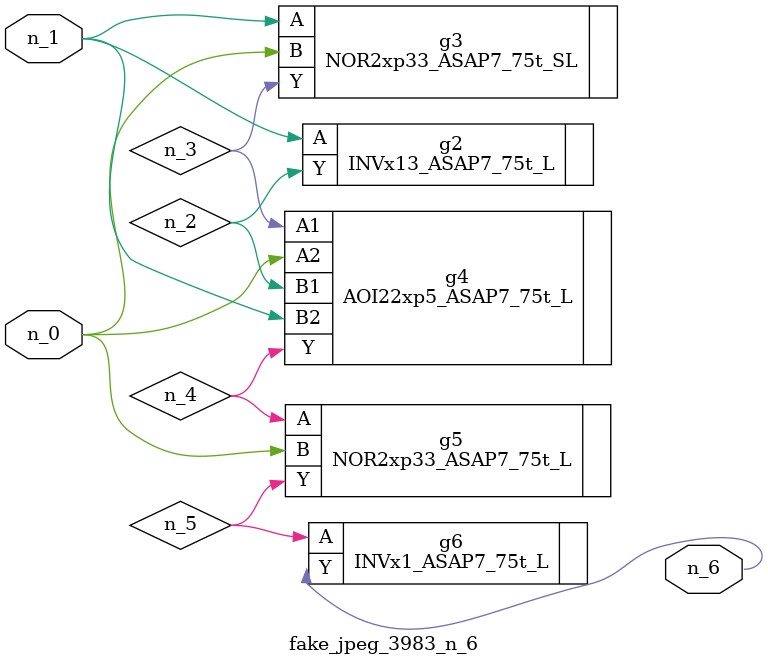
<source format=v>
module fake_jpeg_3983_n_6 (n_0, n_1, n_6);

input n_0;
input n_1;

output n_6;

wire n_2;
wire n_3;
wire n_4;
wire n_5;

INVx13_ASAP7_75t_L g2 ( 
.A(n_1),
.Y(n_2)
);

NOR2xp33_ASAP7_75t_SL g3 ( 
.A(n_1),
.B(n_0),
.Y(n_3)
);

AOI22xp5_ASAP7_75t_L g4 ( 
.A1(n_3),
.A2(n_0),
.B1(n_2),
.B2(n_1),
.Y(n_4)
);

NOR2xp33_ASAP7_75t_L g5 ( 
.A(n_4),
.B(n_0),
.Y(n_5)
);

INVx1_ASAP7_75t_L g6 ( 
.A(n_5),
.Y(n_6)
);


endmodule
</source>
